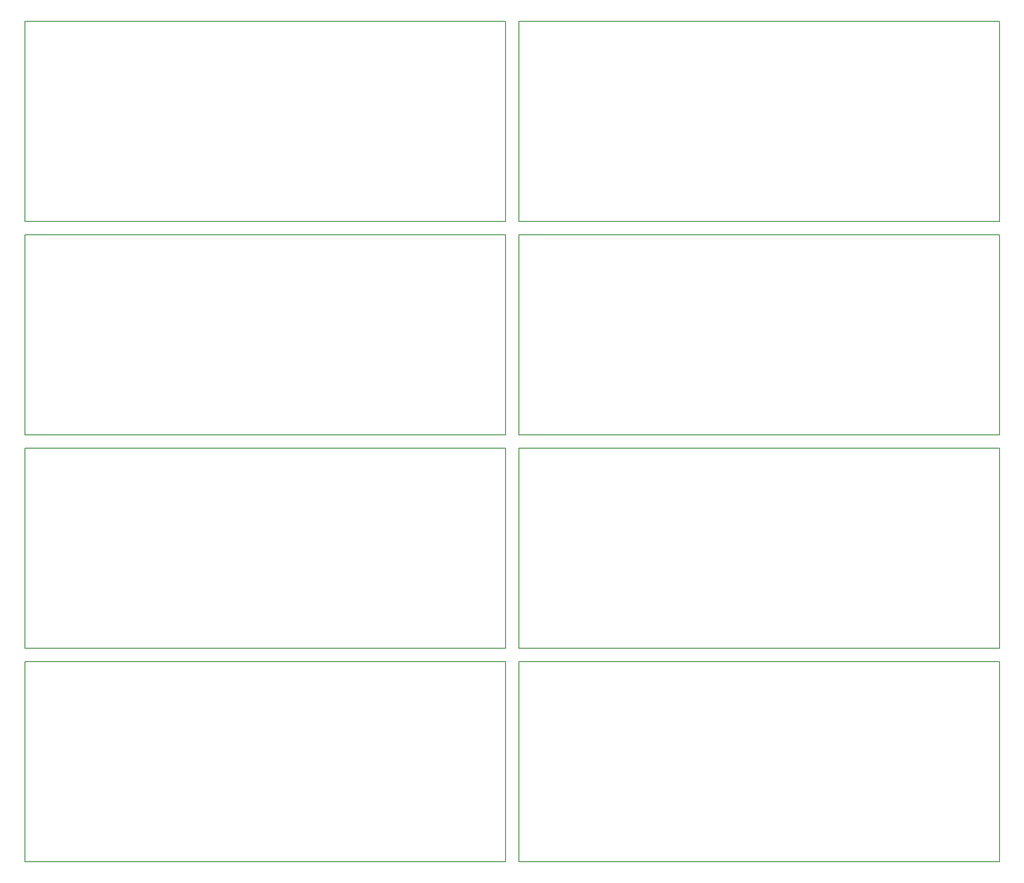
<source format=gbr>
G04 DipTrace 2.4.0.2*
%INBoardOutline.gbr*%
%MOIN*%
%ADD11C,0.0055*%
%FSLAX44Y44*%
G04*
G70*
G90*
G75*
G01*
%LNBoardOutline*%
%LPD*%
X3940Y3940D2*
D11*
X39940D1*
Y18940D1*
X3940D1*
Y3940D1*
X40940D2*
X76940D1*
Y18940D1*
X40940D1*
Y3940D1*
X3940Y19940D2*
X39940D1*
Y34940D1*
X3940D1*
Y19940D1*
X40940D2*
X76940D1*
Y34940D1*
X40940D1*
Y19940D1*
X3940Y35940D2*
X39940D1*
Y50940D1*
X3940D1*
Y35940D1*
X40940D2*
X76940D1*
Y50940D1*
X40940D1*
Y35940D1*
X3940Y51940D2*
X39940D1*
Y66940D1*
X3940D1*
Y51940D1*
X40940D2*
X76940D1*
Y66940D1*
X40940D1*
Y51940D1*
M02*

</source>
